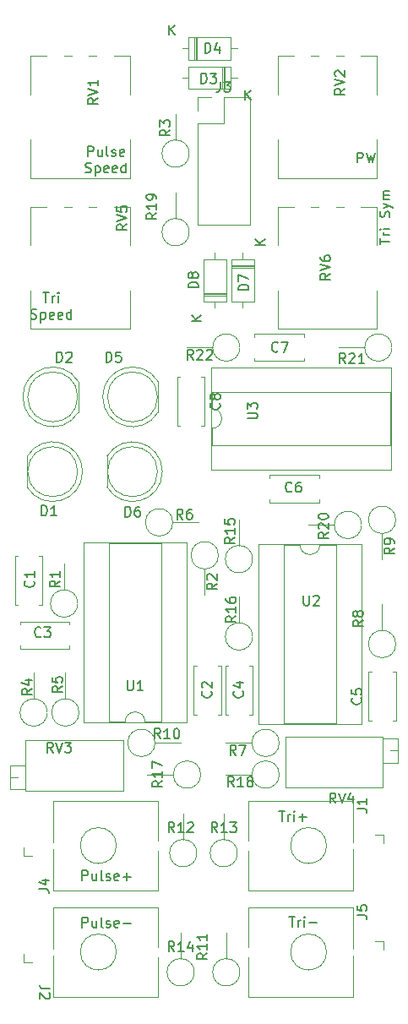
<source format=gbr>
G04 #@! TF.GenerationSoftware,KiCad,Pcbnew,(5.1.0)-1*
G04 #@! TF.CreationDate,2019-04-11T22:52:00-04:00*
G04 #@! TF.ProjectId,lfo,6c666f2e-6b69-4636-9164-5f7063625858,rev?*
G04 #@! TF.SameCoordinates,Original*
G04 #@! TF.FileFunction,Legend,Top*
G04 #@! TF.FilePolarity,Positive*
%FSLAX46Y46*%
G04 Gerber Fmt 4.6, Leading zero omitted, Abs format (unit mm)*
G04 Created by KiCad (PCBNEW (5.1.0)-1) date 2019-04-11 22:52:00*
%MOMM*%
%LPD*%
G04 APERTURE LIST*
%ADD10C,0.150000*%
%ADD11C,0.120000*%
G04 APERTURE END LIST*
D10*
X210867928Y-128341380D02*
X210867928Y-127341380D01*
X211248880Y-127341380D01*
X211344119Y-127389000D01*
X211391738Y-127436619D01*
X211439357Y-127531857D01*
X211439357Y-127674714D01*
X211391738Y-127769952D01*
X211344119Y-127817571D01*
X211248880Y-127865190D01*
X210867928Y-127865190D01*
X212296500Y-127674714D02*
X212296500Y-128341380D01*
X211867928Y-127674714D02*
X211867928Y-128198523D01*
X211915547Y-128293761D01*
X212010785Y-128341380D01*
X212153642Y-128341380D01*
X212248880Y-128293761D01*
X212296500Y-128246142D01*
X212915547Y-128341380D02*
X212820309Y-128293761D01*
X212772690Y-128198523D01*
X212772690Y-127341380D01*
X213248880Y-128293761D02*
X213344119Y-128341380D01*
X213534595Y-128341380D01*
X213629833Y-128293761D01*
X213677452Y-128198523D01*
X213677452Y-128150904D01*
X213629833Y-128055666D01*
X213534595Y-128008047D01*
X213391738Y-128008047D01*
X213296500Y-127960428D01*
X213248880Y-127865190D01*
X213248880Y-127817571D01*
X213296500Y-127722333D01*
X213391738Y-127674714D01*
X213534595Y-127674714D01*
X213629833Y-127722333D01*
X214486976Y-128293761D02*
X214391738Y-128341380D01*
X214201261Y-128341380D01*
X214106023Y-128293761D01*
X214058404Y-128198523D01*
X214058404Y-127817571D01*
X214106023Y-127722333D01*
X214201261Y-127674714D01*
X214391738Y-127674714D01*
X214486976Y-127722333D01*
X214534595Y-127817571D01*
X214534595Y-127912809D01*
X214058404Y-128008047D01*
X214963166Y-127960428D02*
X215725071Y-127960428D01*
X210867928Y-123642380D02*
X210867928Y-122642380D01*
X211248880Y-122642380D01*
X211344119Y-122690000D01*
X211391738Y-122737619D01*
X211439357Y-122832857D01*
X211439357Y-122975714D01*
X211391738Y-123070952D01*
X211344119Y-123118571D01*
X211248880Y-123166190D01*
X210867928Y-123166190D01*
X212296500Y-122975714D02*
X212296500Y-123642380D01*
X211867928Y-122975714D02*
X211867928Y-123499523D01*
X211915547Y-123594761D01*
X212010785Y-123642380D01*
X212153642Y-123642380D01*
X212248880Y-123594761D01*
X212296500Y-123547142D01*
X212915547Y-123642380D02*
X212820309Y-123594761D01*
X212772690Y-123499523D01*
X212772690Y-122642380D01*
X213248880Y-123594761D02*
X213344119Y-123642380D01*
X213534595Y-123642380D01*
X213629833Y-123594761D01*
X213677452Y-123499523D01*
X213677452Y-123451904D01*
X213629833Y-123356666D01*
X213534595Y-123309047D01*
X213391738Y-123309047D01*
X213296500Y-123261428D01*
X213248880Y-123166190D01*
X213248880Y-123118571D01*
X213296500Y-123023333D01*
X213391738Y-122975714D01*
X213534595Y-122975714D01*
X213629833Y-123023333D01*
X214486976Y-123594761D02*
X214391738Y-123642380D01*
X214201261Y-123642380D01*
X214106023Y-123594761D01*
X214058404Y-123499523D01*
X214058404Y-123118571D01*
X214106023Y-123023333D01*
X214201261Y-122975714D01*
X214391738Y-122975714D01*
X214486976Y-123023333D01*
X214534595Y-123118571D01*
X214534595Y-123213809D01*
X214058404Y-123309047D01*
X214963166Y-123261428D02*
X215725071Y-123261428D01*
X215344119Y-123642380D02*
X215344119Y-122880476D01*
X231592619Y-127277880D02*
X232164047Y-127277880D01*
X231878333Y-128277880D02*
X231878333Y-127277880D01*
X232497380Y-128277880D02*
X232497380Y-127611214D01*
X232497380Y-127801690D02*
X232545000Y-127706452D01*
X232592619Y-127658833D01*
X232687857Y-127611214D01*
X232783095Y-127611214D01*
X233116428Y-128277880D02*
X233116428Y-127611214D01*
X233116428Y-127277880D02*
X233068809Y-127325500D01*
X233116428Y-127373119D01*
X233164047Y-127325500D01*
X233116428Y-127277880D01*
X233116428Y-127373119D01*
X233592619Y-127896928D02*
X234354523Y-127896928D01*
X230576619Y-116673380D02*
X231148047Y-116673380D01*
X230862333Y-117673380D02*
X230862333Y-116673380D01*
X231481380Y-117673380D02*
X231481380Y-117006714D01*
X231481380Y-117197190D02*
X231529000Y-117101952D01*
X231576619Y-117054333D01*
X231671857Y-117006714D01*
X231767095Y-117006714D01*
X232100428Y-117673380D02*
X232100428Y-117006714D01*
X232100428Y-116673380D02*
X232052809Y-116721000D01*
X232100428Y-116768619D01*
X232148047Y-116721000D01*
X232100428Y-116673380D01*
X232100428Y-116768619D01*
X232576619Y-117292428D02*
X233338523Y-117292428D01*
X232957571Y-117673380D02*
X232957571Y-116911476D01*
X211423476Y-51062380D02*
X211423476Y-50062380D01*
X211804428Y-50062380D01*
X211899666Y-50110000D01*
X211947285Y-50157619D01*
X211994904Y-50252857D01*
X211994904Y-50395714D01*
X211947285Y-50490952D01*
X211899666Y-50538571D01*
X211804428Y-50586190D01*
X211423476Y-50586190D01*
X212852047Y-50395714D02*
X212852047Y-51062380D01*
X212423476Y-50395714D02*
X212423476Y-50919523D01*
X212471095Y-51014761D01*
X212566333Y-51062380D01*
X212709190Y-51062380D01*
X212804428Y-51014761D01*
X212852047Y-50967142D01*
X213471095Y-51062380D02*
X213375857Y-51014761D01*
X213328238Y-50919523D01*
X213328238Y-50062380D01*
X213804428Y-51014761D02*
X213899666Y-51062380D01*
X214090142Y-51062380D01*
X214185380Y-51014761D01*
X214233000Y-50919523D01*
X214233000Y-50871904D01*
X214185380Y-50776666D01*
X214090142Y-50729047D01*
X213947285Y-50729047D01*
X213852047Y-50681428D01*
X213804428Y-50586190D01*
X213804428Y-50538571D01*
X213852047Y-50443333D01*
X213947285Y-50395714D01*
X214090142Y-50395714D01*
X214185380Y-50443333D01*
X215042523Y-51014761D02*
X214947285Y-51062380D01*
X214756809Y-51062380D01*
X214661571Y-51014761D01*
X214613952Y-50919523D01*
X214613952Y-50538571D01*
X214661571Y-50443333D01*
X214756809Y-50395714D01*
X214947285Y-50395714D01*
X215042523Y-50443333D01*
X215090142Y-50538571D01*
X215090142Y-50633809D01*
X214613952Y-50729047D01*
X211185380Y-52664761D02*
X211328238Y-52712380D01*
X211566333Y-52712380D01*
X211661571Y-52664761D01*
X211709190Y-52617142D01*
X211756809Y-52521904D01*
X211756809Y-52426666D01*
X211709190Y-52331428D01*
X211661571Y-52283809D01*
X211566333Y-52236190D01*
X211375857Y-52188571D01*
X211280619Y-52140952D01*
X211233000Y-52093333D01*
X211185380Y-51998095D01*
X211185380Y-51902857D01*
X211233000Y-51807619D01*
X211280619Y-51760000D01*
X211375857Y-51712380D01*
X211613952Y-51712380D01*
X211756809Y-51760000D01*
X212185380Y-52045714D02*
X212185380Y-53045714D01*
X212185380Y-52093333D02*
X212280619Y-52045714D01*
X212471095Y-52045714D01*
X212566333Y-52093333D01*
X212613952Y-52140952D01*
X212661571Y-52236190D01*
X212661571Y-52521904D01*
X212613952Y-52617142D01*
X212566333Y-52664761D01*
X212471095Y-52712380D01*
X212280619Y-52712380D01*
X212185380Y-52664761D01*
X213471095Y-52664761D02*
X213375857Y-52712380D01*
X213185380Y-52712380D01*
X213090142Y-52664761D01*
X213042523Y-52569523D01*
X213042523Y-52188571D01*
X213090142Y-52093333D01*
X213185380Y-52045714D01*
X213375857Y-52045714D01*
X213471095Y-52093333D01*
X213518714Y-52188571D01*
X213518714Y-52283809D01*
X213042523Y-52379047D01*
X214328238Y-52664761D02*
X214233000Y-52712380D01*
X214042523Y-52712380D01*
X213947285Y-52664761D01*
X213899666Y-52569523D01*
X213899666Y-52188571D01*
X213947285Y-52093333D01*
X214042523Y-52045714D01*
X214233000Y-52045714D01*
X214328238Y-52093333D01*
X214375857Y-52188571D01*
X214375857Y-52283809D01*
X213899666Y-52379047D01*
X215233000Y-52712380D02*
X215233000Y-51712380D01*
X215233000Y-52664761D02*
X215137761Y-52712380D01*
X214947285Y-52712380D01*
X214852047Y-52664761D01*
X214804428Y-52617142D01*
X214756809Y-52521904D01*
X214756809Y-52236190D01*
X214804428Y-52140952D01*
X214852047Y-52093333D01*
X214947285Y-52045714D01*
X215137761Y-52045714D01*
X215233000Y-52093333D01*
X206938666Y-64730880D02*
X207510095Y-64730880D01*
X207224380Y-65730880D02*
X207224380Y-64730880D01*
X207843428Y-65730880D02*
X207843428Y-65064214D01*
X207843428Y-65254690D02*
X207891047Y-65159452D01*
X207938666Y-65111833D01*
X208033904Y-65064214D01*
X208129142Y-65064214D01*
X208462476Y-65730880D02*
X208462476Y-65064214D01*
X208462476Y-64730880D02*
X208414857Y-64778500D01*
X208462476Y-64826119D01*
X208510095Y-64778500D01*
X208462476Y-64730880D01*
X208462476Y-64826119D01*
X205724380Y-67333261D02*
X205867238Y-67380880D01*
X206105333Y-67380880D01*
X206200571Y-67333261D01*
X206248190Y-67285642D01*
X206295809Y-67190404D01*
X206295809Y-67095166D01*
X206248190Y-66999928D01*
X206200571Y-66952309D01*
X206105333Y-66904690D01*
X205914857Y-66857071D01*
X205819619Y-66809452D01*
X205772000Y-66761833D01*
X205724380Y-66666595D01*
X205724380Y-66571357D01*
X205772000Y-66476119D01*
X205819619Y-66428500D01*
X205914857Y-66380880D01*
X206152952Y-66380880D01*
X206295809Y-66428500D01*
X206724380Y-66714214D02*
X206724380Y-67714214D01*
X206724380Y-66761833D02*
X206819619Y-66714214D01*
X207010095Y-66714214D01*
X207105333Y-66761833D01*
X207152952Y-66809452D01*
X207200571Y-66904690D01*
X207200571Y-67190404D01*
X207152952Y-67285642D01*
X207105333Y-67333261D01*
X207010095Y-67380880D01*
X206819619Y-67380880D01*
X206724380Y-67333261D01*
X208010095Y-67333261D02*
X207914857Y-67380880D01*
X207724380Y-67380880D01*
X207629142Y-67333261D01*
X207581523Y-67238023D01*
X207581523Y-66857071D01*
X207629142Y-66761833D01*
X207724380Y-66714214D01*
X207914857Y-66714214D01*
X208010095Y-66761833D01*
X208057714Y-66857071D01*
X208057714Y-66952309D01*
X207581523Y-67047547D01*
X208867238Y-67333261D02*
X208772000Y-67380880D01*
X208581523Y-67380880D01*
X208486285Y-67333261D01*
X208438666Y-67238023D01*
X208438666Y-66857071D01*
X208486285Y-66761833D01*
X208581523Y-66714214D01*
X208772000Y-66714214D01*
X208867238Y-66761833D01*
X208914857Y-66857071D01*
X208914857Y-66952309D01*
X208438666Y-67047547D01*
X209772000Y-67380880D02*
X209772000Y-66380880D01*
X209772000Y-67333261D02*
X209676761Y-67380880D01*
X209486285Y-67380880D01*
X209391047Y-67333261D01*
X209343428Y-67285642D01*
X209295809Y-67190404D01*
X209295809Y-66904690D01*
X209343428Y-66809452D01*
X209391047Y-66761833D01*
X209486285Y-66714214D01*
X209676761Y-66714214D01*
X209772000Y-66761833D01*
X238434666Y-51696880D02*
X238434666Y-50696880D01*
X238815619Y-50696880D01*
X238910857Y-50744500D01*
X238958476Y-50792119D01*
X239006095Y-50887357D01*
X239006095Y-51030214D01*
X238958476Y-51125452D01*
X238910857Y-51173071D01*
X238815619Y-51220690D01*
X238434666Y-51220690D01*
X239339428Y-50696880D02*
X239577523Y-51696880D01*
X239768000Y-50982595D01*
X239958476Y-51696880D01*
X240196571Y-50696880D01*
X240688880Y-59888095D02*
X240688880Y-59316666D01*
X241688880Y-59602380D02*
X240688880Y-59602380D01*
X241688880Y-58983333D02*
X241022214Y-58983333D01*
X241212690Y-58983333D02*
X241117452Y-58935714D01*
X241069833Y-58888095D01*
X241022214Y-58792857D01*
X241022214Y-58697619D01*
X241688880Y-58364285D02*
X241022214Y-58364285D01*
X240688880Y-58364285D02*
X240736500Y-58411904D01*
X240784119Y-58364285D01*
X240736500Y-58316666D01*
X240688880Y-58364285D01*
X240784119Y-58364285D01*
X241641261Y-57173809D02*
X241688880Y-57030952D01*
X241688880Y-56792857D01*
X241641261Y-56697619D01*
X241593642Y-56650000D01*
X241498404Y-56602380D01*
X241403166Y-56602380D01*
X241307928Y-56650000D01*
X241260309Y-56697619D01*
X241212690Y-56792857D01*
X241165071Y-56983333D01*
X241117452Y-57078571D01*
X241069833Y-57126190D01*
X240974595Y-57173809D01*
X240879357Y-57173809D01*
X240784119Y-57126190D01*
X240736500Y-57078571D01*
X240688880Y-56983333D01*
X240688880Y-56745238D01*
X240736500Y-56602380D01*
X241022214Y-56269047D02*
X241688880Y-56030952D01*
X241022214Y-55792857D02*
X241688880Y-56030952D01*
X241926976Y-56126190D01*
X241974595Y-56173809D01*
X242022214Y-56269047D01*
X241688880Y-55411904D02*
X241022214Y-55411904D01*
X241117452Y-55411904D02*
X241069833Y-55364285D01*
X241022214Y-55269047D01*
X241022214Y-55126190D01*
X241069833Y-55030952D01*
X241165071Y-54983333D01*
X241688880Y-54983333D01*
X241165071Y-54983333D02*
X241069833Y-54935714D01*
X241022214Y-54840476D01*
X241022214Y-54697619D01*
X241069833Y-54602380D01*
X241165071Y-54554761D01*
X241688880Y-54554761D01*
D11*
X223781000Y-72203000D02*
X223781000Y-82483000D01*
X241801000Y-72203000D02*
X223781000Y-72203000D01*
X241801000Y-82483000D02*
X241801000Y-72203000D01*
X223781000Y-82483000D02*
X241801000Y-82483000D01*
X223841000Y-74693000D02*
X223841000Y-76343000D01*
X241741000Y-74693000D02*
X223841000Y-74693000D01*
X241741000Y-79993000D02*
X241741000Y-74693000D01*
X223841000Y-79993000D02*
X241741000Y-79993000D01*
X223841000Y-78343000D02*
X223841000Y-79993000D01*
X223841000Y-76343000D02*
G75*
G02X223841000Y-78343000I0J-1000000D01*
G01*
X240388000Y-68365000D02*
X230448000Y-68365000D01*
X232048000Y-56125000D02*
X230448000Y-56125000D01*
X234547000Y-56125000D02*
X233788000Y-56125000D01*
X237047000Y-56125000D02*
X236288000Y-56125000D01*
X240388000Y-56125000D02*
X238789000Y-56125000D01*
X230448000Y-64500000D02*
X230448000Y-68365000D01*
X230448000Y-56125000D02*
X230448000Y-59990000D01*
X240388000Y-64500000D02*
X240388000Y-68365000D01*
X240388000Y-56125000D02*
X240388000Y-59990000D01*
X215623000Y-68365000D02*
X205683000Y-68365000D01*
X207283000Y-56125000D02*
X205683000Y-56125000D01*
X209782000Y-56125000D02*
X209023000Y-56125000D01*
X212282000Y-56125000D02*
X211523000Y-56125000D01*
X215623000Y-56125000D02*
X214024000Y-56125000D01*
X205683000Y-64500000D02*
X205683000Y-68365000D01*
X205683000Y-56125000D02*
X205683000Y-59990000D01*
X215623000Y-64500000D02*
X215623000Y-68365000D01*
X215623000Y-56125000D02*
X215623000Y-59990000D01*
X223928000Y-70231000D02*
X221318000Y-70231000D01*
X226668000Y-70231000D02*
G75*
G03X226668000Y-70231000I-1370000J0D01*
G01*
X239168000Y-70231000D02*
X236558000Y-70231000D01*
X241908000Y-70231000D02*
G75*
G03X241908000Y-70231000I-1370000J0D01*
G01*
X236120000Y-88011000D02*
X233510000Y-88011000D01*
X238860000Y-88011000D02*
G75*
G03X238860000Y-88011000I-1370000J0D01*
G01*
X220218000Y-57304000D02*
X220218000Y-54694000D01*
X221588000Y-58674000D02*
G75*
G03X221588000Y-58674000I-1370000J0D01*
G01*
X223035000Y-65020000D02*
X225275000Y-65020000D01*
X223035000Y-64780000D02*
X225275000Y-64780000D01*
X223035000Y-64900000D02*
X225275000Y-64900000D01*
X224155000Y-60730000D02*
X224155000Y-61380000D01*
X224155000Y-66270000D02*
X224155000Y-65620000D01*
X223035000Y-61380000D02*
X223035000Y-65620000D01*
X225275000Y-61380000D02*
X223035000Y-61380000D01*
X225275000Y-65620000D02*
X225275000Y-61380000D01*
X223035000Y-65620000D02*
X225275000Y-65620000D01*
X228069000Y-61980000D02*
X225829000Y-61980000D01*
X228069000Y-62220000D02*
X225829000Y-62220000D01*
X228069000Y-62100000D02*
X225829000Y-62100000D01*
X226949000Y-66270000D02*
X226949000Y-65620000D01*
X226949000Y-60730000D02*
X226949000Y-61380000D01*
X228069000Y-65620000D02*
X228069000Y-61380000D01*
X225829000Y-65620000D02*
X228069000Y-65620000D01*
X225829000Y-61380000D02*
X225829000Y-65620000D01*
X228069000Y-61380000D02*
X225829000Y-61380000D01*
X218460000Y-76729000D02*
X218460000Y-73639000D01*
X218400000Y-75184000D02*
G75*
G03X218400000Y-75184000I-2500000J0D01*
G01*
X212910000Y-75184462D02*
G75*
G02X218460000Y-73639170I2990000J462D01*
G01*
X212910000Y-75183538D02*
G75*
G03X218460000Y-76728830I2990000J-462D01*
G01*
X213340000Y-81132000D02*
X213340000Y-84222000D01*
X218400000Y-82677000D02*
G75*
G03X218400000Y-82677000I-2500000J0D01*
G01*
X218890000Y-82676538D02*
G75*
G02X213340000Y-84221830I-2990000J-462D01*
G01*
X218890000Y-82677462D02*
G75*
G03X213340000Y-81132170I-2990000J462D01*
G01*
X220687000Y-78122000D02*
X220372000Y-78122000D01*
X223112000Y-78122000D02*
X222797000Y-78122000D01*
X220687000Y-73182000D02*
X220372000Y-73182000D01*
X223112000Y-73182000D02*
X222797000Y-73182000D01*
X220372000Y-73182000D02*
X220372000Y-78122000D01*
X223112000Y-73182000D02*
X223112000Y-78122000D01*
X233062000Y-71286000D02*
X233062000Y-71601000D01*
X233062000Y-68861000D02*
X233062000Y-69176000D01*
X228122000Y-71286000D02*
X228122000Y-71601000D01*
X228122000Y-68861000D02*
X228122000Y-69176000D01*
X228122000Y-71601000D02*
X233062000Y-71601000D01*
X228122000Y-68861000D02*
X233062000Y-68861000D01*
X234586000Y-85446500D02*
X234586000Y-85761500D01*
X234586000Y-83021500D02*
X234586000Y-83336500D01*
X229646000Y-85446500D02*
X229646000Y-85761500D01*
X229646000Y-83021500D02*
X229646000Y-83336500D01*
X229646000Y-85761500D02*
X234586000Y-85761500D01*
X229646000Y-83021500D02*
X234586000Y-83021500D01*
X227865000Y-113030000D02*
X225255000Y-113030000D01*
X230605000Y-113030000D02*
G75*
G03X230605000Y-113030000I-1370000J0D01*
G01*
X219991000Y-113030000D02*
X217381000Y-113030000D01*
X222731000Y-113030000D02*
G75*
G03X222731000Y-113030000I-1370000J0D01*
G01*
X226568000Y-97817000D02*
X226568000Y-95207000D01*
X227938000Y-99187000D02*
G75*
G03X227938000Y-99187000I-1370000J0D01*
G01*
X226568000Y-90070000D02*
X226568000Y-87460000D01*
X227938000Y-91440000D02*
G75*
G03X227938000Y-91440000I-1370000J0D01*
G01*
X241030000Y-129750000D02*
X241030000Y-130610000D01*
X241030000Y-129750000D02*
X240230000Y-129750000D01*
X235350000Y-130810000D02*
G75*
G03X235350000Y-130810000I-1800000J0D01*
G01*
X238050000Y-130460000D02*
X238050000Y-126310000D01*
X238050000Y-135310000D02*
X238050000Y-131160000D01*
X227550000Y-130310000D02*
X227550000Y-126310000D01*
X227550000Y-135310000D02*
X227550000Y-131310000D01*
X238050000Y-135310000D02*
X227550000Y-135310000D01*
X238050000Y-126310000D02*
X227550000Y-126310000D01*
X204994000Y-121202000D02*
X204994000Y-120342000D01*
X204994000Y-121202000D02*
X205794000Y-121202000D01*
X214274000Y-120142000D02*
G75*
G03X214274000Y-120142000I-1800000J0D01*
G01*
X207974000Y-120492000D02*
X207974000Y-124642000D01*
X207974000Y-115642000D02*
X207974000Y-119792000D01*
X218474000Y-120642000D02*
X218474000Y-124642000D01*
X218474000Y-115642000D02*
X218474000Y-119642000D01*
X207974000Y-115642000D02*
X218474000Y-115642000D01*
X207974000Y-124642000D02*
X218474000Y-124642000D01*
X242498000Y-110610000D02*
X241739000Y-110610000D01*
X240979000Y-111825000D02*
X240979000Y-109395000D01*
X242498000Y-111825000D02*
X242498000Y-109395000D01*
X242498000Y-109395000D02*
X240979000Y-109395000D01*
X242498000Y-111825000D02*
X240979000Y-111825000D01*
X231208000Y-114290000D02*
X231208000Y-109220000D01*
X240978000Y-114290000D02*
X240978000Y-109220000D01*
X240978000Y-109220000D02*
X231208000Y-109220000D01*
X240978000Y-114290000D02*
X231208000Y-114290000D01*
X203653000Y-113291000D02*
X204412000Y-113291000D01*
X205172000Y-112076000D02*
X205172000Y-114506000D01*
X203653000Y-112076000D02*
X203653000Y-114506000D01*
X203653000Y-114506000D02*
X205172000Y-114506000D01*
X203653000Y-112076000D02*
X205172000Y-112076000D01*
X214943000Y-109611000D02*
X214943000Y-114681000D01*
X205173000Y-109611000D02*
X205173000Y-114681000D01*
X205173000Y-114681000D02*
X214943000Y-114681000D01*
X205173000Y-109611000D02*
X214943000Y-109611000D01*
X238820000Y-89923000D02*
X228540000Y-89923000D01*
X238820000Y-107943000D02*
X238820000Y-89923000D01*
X228540000Y-107943000D02*
X238820000Y-107943000D01*
X228540000Y-89923000D02*
X228540000Y-107943000D01*
X236330000Y-89983000D02*
X234680000Y-89983000D01*
X236330000Y-107883000D02*
X236330000Y-89983000D01*
X231030000Y-107883000D02*
X236330000Y-107883000D01*
X231030000Y-89983000D02*
X231030000Y-107883000D01*
X232680000Y-89983000D02*
X231030000Y-89983000D01*
X234680000Y-89983000D02*
G75*
G02X232680000Y-89983000I-1000000J0D01*
G01*
X211014000Y-107816000D02*
X221294000Y-107816000D01*
X211014000Y-89796000D02*
X211014000Y-107816000D01*
X221294000Y-89796000D02*
X211014000Y-89796000D01*
X221294000Y-107816000D02*
X221294000Y-89796000D01*
X213504000Y-107756000D02*
X215154000Y-107756000D01*
X213504000Y-89856000D02*
X213504000Y-107756000D01*
X218804000Y-89856000D02*
X213504000Y-89856000D01*
X218804000Y-107756000D02*
X218804000Y-89856000D01*
X217154000Y-107756000D02*
X218804000Y-107756000D01*
X215154000Y-107756000D02*
G75*
G02X217154000Y-107756000I1000000J0D01*
G01*
X240388000Y-53252000D02*
X230448000Y-53252000D01*
X232048000Y-41012000D02*
X230448000Y-41012000D01*
X234547000Y-41012000D02*
X233788000Y-41012000D01*
X237047000Y-41012000D02*
X236288000Y-41012000D01*
X240388000Y-41012000D02*
X238789000Y-41012000D01*
X230448000Y-49387000D02*
X230448000Y-53252000D01*
X230448000Y-41012000D02*
X230448000Y-44877000D01*
X240388000Y-49387000D02*
X240388000Y-53252000D01*
X240388000Y-41012000D02*
X240388000Y-44877000D01*
X215623000Y-53252000D02*
X205683000Y-53252000D01*
X207283000Y-41012000D02*
X205683000Y-41012000D01*
X209782000Y-41012000D02*
X209023000Y-41012000D01*
X212282000Y-41012000D02*
X211523000Y-41012000D01*
X215623000Y-41012000D02*
X214024000Y-41012000D01*
X205683000Y-49387000D02*
X205683000Y-53252000D01*
X205683000Y-41012000D02*
X205683000Y-44877000D01*
X215623000Y-49387000D02*
X215623000Y-53252000D01*
X215623000Y-41012000D02*
X215623000Y-44877000D01*
X220726000Y-131472000D02*
X220726000Y-128862000D01*
X222096000Y-132842000D02*
G75*
G03X222096000Y-132842000I-1370000J0D01*
G01*
X225044000Y-119534000D02*
X225044000Y-116924000D01*
X226414000Y-120904000D02*
G75*
G03X226414000Y-120904000I-1370000J0D01*
G01*
X220980000Y-119534000D02*
X220980000Y-116924000D01*
X222350000Y-120904000D02*
G75*
G03X222350000Y-120904000I-1370000J0D01*
G01*
X225298000Y-131472000D02*
X225298000Y-128862000D01*
X226668000Y-132842000D02*
G75*
G03X226668000Y-132842000I-1370000J0D01*
G01*
X218159000Y-109855000D02*
X220769000Y-109855000D01*
X218159000Y-109855000D02*
G75*
G03X218159000Y-109855000I-1370000J0D01*
G01*
X240919000Y-88873000D02*
X240919000Y-91483000D01*
X242289000Y-87503000D02*
G75*
G03X242289000Y-87503000I-1370000J0D01*
G01*
X240919000Y-98579000D02*
X240919000Y-95969000D01*
X242289000Y-99949000D02*
G75*
G03X242289000Y-99949000I-1370000J0D01*
G01*
X227865000Y-109855000D02*
X225255000Y-109855000D01*
X230605000Y-109855000D02*
G75*
G03X230605000Y-109855000I-1370000J0D01*
G01*
X219937000Y-87757000D02*
X222547000Y-87757000D01*
X219937000Y-87757000D02*
G75*
G03X219937000Y-87757000I-1370000J0D01*
G01*
X209169000Y-105437000D02*
X209169000Y-102827000D01*
X210539000Y-106807000D02*
G75*
G03X210539000Y-106807000I-1370000J0D01*
G01*
X205994000Y-105437000D02*
X205994000Y-102827000D01*
X207364000Y-106807000D02*
G75*
G03X207364000Y-106807000I-1370000J0D01*
G01*
X220218000Y-49430000D02*
X220218000Y-46820000D01*
X221588000Y-50800000D02*
G75*
G03X221588000Y-50800000I-1370000J0D01*
G01*
X223139000Y-92429000D02*
X223139000Y-95039000D01*
X224509000Y-91059000D02*
G75*
G03X224509000Y-91059000I-1370000J0D01*
G01*
X209042000Y-94515000D02*
X209042000Y-91905000D01*
X210412000Y-95885000D02*
G75*
G03X210412000Y-95885000I-1370000J0D01*
G01*
X222444000Y-45152000D02*
X223774000Y-45152000D01*
X222444000Y-46482000D02*
X222444000Y-45152000D01*
X225044000Y-45152000D02*
X227644000Y-45152000D01*
X225044000Y-47752000D02*
X225044000Y-45152000D01*
X222444000Y-47752000D02*
X225044000Y-47752000D01*
X227644000Y-45152000D02*
X227644000Y-57972000D01*
X222444000Y-47752000D02*
X222444000Y-57972000D01*
X222444000Y-57972000D02*
X227644000Y-57972000D01*
X204994000Y-131870000D02*
X204994000Y-131010000D01*
X204994000Y-131870000D02*
X205794000Y-131870000D01*
X214274000Y-130810000D02*
G75*
G03X214274000Y-130810000I-1800000J0D01*
G01*
X207974000Y-131160000D02*
X207974000Y-135310000D01*
X207974000Y-126310000D02*
X207974000Y-130460000D01*
X218474000Y-131310000D02*
X218474000Y-135310000D01*
X218474000Y-126310000D02*
X218474000Y-130310000D01*
X207974000Y-126310000D02*
X218474000Y-126310000D01*
X207974000Y-135310000D02*
X218474000Y-135310000D01*
X241030000Y-119082000D02*
X241030000Y-119942000D01*
X241030000Y-119082000D02*
X240230000Y-119082000D01*
X235350000Y-120142000D02*
G75*
G03X235350000Y-120142000I-1800000J0D01*
G01*
X238050000Y-119792000D02*
X238050000Y-115642000D01*
X238050000Y-124642000D02*
X238050000Y-120492000D01*
X227550000Y-119642000D02*
X227550000Y-115642000D01*
X227550000Y-124642000D02*
X227550000Y-120642000D01*
X238050000Y-124642000D02*
X227550000Y-124642000D01*
X238050000Y-115642000D02*
X227550000Y-115642000D01*
X222127000Y-39139000D02*
X222127000Y-41379000D01*
X222367000Y-39139000D02*
X222367000Y-41379000D01*
X222247000Y-39139000D02*
X222247000Y-41379000D01*
X226417000Y-40259000D02*
X225767000Y-40259000D01*
X220877000Y-40259000D02*
X221527000Y-40259000D01*
X225767000Y-39139000D02*
X221527000Y-39139000D01*
X225767000Y-41379000D02*
X225767000Y-39139000D01*
X221527000Y-41379000D02*
X225767000Y-41379000D01*
X221527000Y-39139000D02*
X221527000Y-41379000D01*
X225167000Y-44300000D02*
X225167000Y-42060000D01*
X224927000Y-44300000D02*
X224927000Y-42060000D01*
X225047000Y-44300000D02*
X225047000Y-42060000D01*
X220877000Y-43180000D02*
X221527000Y-43180000D01*
X226417000Y-43180000D02*
X225767000Y-43180000D01*
X221527000Y-44300000D02*
X225767000Y-44300000D01*
X221527000Y-42060000D02*
X221527000Y-44300000D01*
X225767000Y-42060000D02*
X221527000Y-42060000D01*
X225767000Y-44300000D02*
X225767000Y-42060000D01*
X205339000Y-81132000D02*
X205339000Y-84222000D01*
X210399000Y-82677000D02*
G75*
G03X210399000Y-82677000I-2500000J0D01*
G01*
X210889000Y-82676538D02*
G75*
G02X205339000Y-84221830I-2990000J-462D01*
G01*
X210889000Y-82677462D02*
G75*
G03X205339000Y-81132170I-2990000J462D01*
G01*
X210459000Y-76729000D02*
X210459000Y-73639000D01*
X210399000Y-75184000D02*
G75*
G03X210399000Y-75184000I-2500000J0D01*
G01*
X204909000Y-75184462D02*
G75*
G02X210459000Y-73639170I2990000J462D01*
G01*
X204909000Y-75183538D02*
G75*
G03X210459000Y-76728830I2990000J-462D01*
G01*
X241974000Y-102726000D02*
X242289000Y-102726000D01*
X239549000Y-102726000D02*
X239864000Y-102726000D01*
X241974000Y-107666000D02*
X242289000Y-107666000D01*
X239549000Y-107666000D02*
X239864000Y-107666000D01*
X242289000Y-107666000D02*
X242289000Y-102726000D01*
X239549000Y-107666000D02*
X239549000Y-102726000D01*
X227623000Y-102091000D02*
X227938000Y-102091000D01*
X225198000Y-102091000D02*
X225513000Y-102091000D01*
X227623000Y-107031000D02*
X227938000Y-107031000D01*
X225198000Y-107031000D02*
X225513000Y-107031000D01*
X227938000Y-107031000D02*
X227938000Y-102091000D01*
X225198000Y-107031000D02*
X225198000Y-102091000D01*
X209567000Y-100115000D02*
X209567000Y-100430000D01*
X209567000Y-97690000D02*
X209567000Y-98005000D01*
X204627000Y-100115000D02*
X204627000Y-100430000D01*
X204627000Y-97690000D02*
X204627000Y-98005000D01*
X204627000Y-100430000D02*
X209567000Y-100430000D01*
X204627000Y-97690000D02*
X209567000Y-97690000D01*
X224448000Y-102091000D02*
X224763000Y-102091000D01*
X222023000Y-102091000D02*
X222338000Y-102091000D01*
X224448000Y-107031000D02*
X224763000Y-107031000D01*
X222023000Y-107031000D02*
X222338000Y-107031000D01*
X224763000Y-107031000D02*
X224763000Y-102091000D01*
X222023000Y-107031000D02*
X222023000Y-102091000D01*
X204431000Y-96029000D02*
X204116000Y-96029000D01*
X206856000Y-96029000D02*
X206541000Y-96029000D01*
X204431000Y-91089000D02*
X204116000Y-91089000D01*
X206856000Y-91089000D02*
X206541000Y-91089000D01*
X204116000Y-91089000D02*
X204116000Y-96029000D01*
X206856000Y-91089000D02*
X206856000Y-96029000D01*
D10*
X227417380Y-77342904D02*
X228226904Y-77342904D01*
X228322142Y-77295285D01*
X228369761Y-77247666D01*
X228417380Y-77152428D01*
X228417380Y-76961952D01*
X228369761Y-76866714D01*
X228322142Y-76819095D01*
X228226904Y-76771476D01*
X227417380Y-76771476D01*
X227417380Y-76390523D02*
X227417380Y-75771476D01*
X227798333Y-76104809D01*
X227798333Y-75961952D01*
X227845952Y-75866714D01*
X227893571Y-75819095D01*
X227988809Y-75771476D01*
X228226904Y-75771476D01*
X228322142Y-75819095D01*
X228369761Y-75866714D01*
X228417380Y-75961952D01*
X228417380Y-76247666D01*
X228369761Y-76342904D01*
X228322142Y-76390523D01*
X235719880Y-62825238D02*
X235243690Y-63158571D01*
X235719880Y-63396666D02*
X234719880Y-63396666D01*
X234719880Y-63015714D01*
X234767500Y-62920476D01*
X234815119Y-62872857D01*
X234910357Y-62825238D01*
X235053214Y-62825238D01*
X235148452Y-62872857D01*
X235196071Y-62920476D01*
X235243690Y-63015714D01*
X235243690Y-63396666D01*
X234719880Y-62539523D02*
X235719880Y-62206190D01*
X234719880Y-61872857D01*
X234719880Y-61110952D02*
X234719880Y-61301428D01*
X234767500Y-61396666D01*
X234815119Y-61444285D01*
X234957976Y-61539523D01*
X235148452Y-61587142D01*
X235529404Y-61587142D01*
X235624642Y-61539523D01*
X235672261Y-61491904D01*
X235719880Y-61396666D01*
X235719880Y-61206190D01*
X235672261Y-61110952D01*
X235624642Y-61063333D01*
X235529404Y-61015714D01*
X235291309Y-61015714D01*
X235196071Y-61063333D01*
X235148452Y-61110952D01*
X235100833Y-61206190D01*
X235100833Y-61396666D01*
X235148452Y-61491904D01*
X235196071Y-61539523D01*
X235291309Y-61587142D01*
X215336380Y-57872238D02*
X214860190Y-58205571D01*
X215336380Y-58443666D02*
X214336380Y-58443666D01*
X214336380Y-58062714D01*
X214384000Y-57967476D01*
X214431619Y-57919857D01*
X214526857Y-57872238D01*
X214669714Y-57872238D01*
X214764952Y-57919857D01*
X214812571Y-57967476D01*
X214860190Y-58062714D01*
X214860190Y-58443666D01*
X214336380Y-57586523D02*
X215336380Y-57253190D01*
X214336380Y-56919857D01*
X214336380Y-56110333D02*
X214336380Y-56586523D01*
X214812571Y-56634142D01*
X214764952Y-56586523D01*
X214717333Y-56491285D01*
X214717333Y-56253190D01*
X214764952Y-56157952D01*
X214812571Y-56110333D01*
X214907809Y-56062714D01*
X215145904Y-56062714D01*
X215241142Y-56110333D01*
X215288761Y-56157952D01*
X215336380Y-56253190D01*
X215336380Y-56491285D01*
X215288761Y-56586523D01*
X215241142Y-56634142D01*
X221988142Y-71445380D02*
X221654809Y-70969190D01*
X221416714Y-71445380D02*
X221416714Y-70445380D01*
X221797666Y-70445380D01*
X221892904Y-70493000D01*
X221940523Y-70540619D01*
X221988142Y-70635857D01*
X221988142Y-70778714D01*
X221940523Y-70873952D01*
X221892904Y-70921571D01*
X221797666Y-70969190D01*
X221416714Y-70969190D01*
X222369095Y-70540619D02*
X222416714Y-70493000D01*
X222511952Y-70445380D01*
X222750047Y-70445380D01*
X222845285Y-70493000D01*
X222892904Y-70540619D01*
X222940523Y-70635857D01*
X222940523Y-70731095D01*
X222892904Y-70873952D01*
X222321476Y-71445380D01*
X222940523Y-71445380D01*
X223321476Y-70540619D02*
X223369095Y-70493000D01*
X223464333Y-70445380D01*
X223702428Y-70445380D01*
X223797666Y-70493000D01*
X223845285Y-70540619D01*
X223892904Y-70635857D01*
X223892904Y-70731095D01*
X223845285Y-70873952D01*
X223273857Y-71445380D01*
X223892904Y-71445380D01*
X237228142Y-71826380D02*
X236894809Y-71350190D01*
X236656714Y-71826380D02*
X236656714Y-70826380D01*
X237037666Y-70826380D01*
X237132904Y-70874000D01*
X237180523Y-70921619D01*
X237228142Y-71016857D01*
X237228142Y-71159714D01*
X237180523Y-71254952D01*
X237132904Y-71302571D01*
X237037666Y-71350190D01*
X236656714Y-71350190D01*
X237609095Y-70921619D02*
X237656714Y-70874000D01*
X237751952Y-70826380D01*
X237990047Y-70826380D01*
X238085285Y-70874000D01*
X238132904Y-70921619D01*
X238180523Y-71016857D01*
X238180523Y-71112095D01*
X238132904Y-71254952D01*
X237561476Y-71826380D01*
X238180523Y-71826380D01*
X239132904Y-71826380D02*
X238561476Y-71826380D01*
X238847190Y-71826380D02*
X238847190Y-70826380D01*
X238751952Y-70969238D01*
X238656714Y-71064476D01*
X238561476Y-71112095D01*
X235529380Y-88780857D02*
X235053190Y-89114190D01*
X235529380Y-89352285D02*
X234529380Y-89352285D01*
X234529380Y-88971333D01*
X234577000Y-88876095D01*
X234624619Y-88828476D01*
X234719857Y-88780857D01*
X234862714Y-88780857D01*
X234957952Y-88828476D01*
X235005571Y-88876095D01*
X235053190Y-88971333D01*
X235053190Y-89352285D01*
X234624619Y-88399904D02*
X234577000Y-88352285D01*
X234529380Y-88257047D01*
X234529380Y-88018952D01*
X234577000Y-87923714D01*
X234624619Y-87876095D01*
X234719857Y-87828476D01*
X234815095Y-87828476D01*
X234957952Y-87876095D01*
X235529380Y-88447523D01*
X235529380Y-87828476D01*
X234529380Y-87209428D02*
X234529380Y-87114190D01*
X234577000Y-87018952D01*
X234624619Y-86971333D01*
X234719857Y-86923714D01*
X234910333Y-86876095D01*
X235148428Y-86876095D01*
X235338904Y-86923714D01*
X235434142Y-86971333D01*
X235481761Y-87018952D01*
X235529380Y-87114190D01*
X235529380Y-87209428D01*
X235481761Y-87304666D01*
X235434142Y-87352285D01*
X235338904Y-87399904D01*
X235148428Y-87447523D01*
X234910333Y-87447523D01*
X234719857Y-87399904D01*
X234624619Y-87352285D01*
X234577000Y-87304666D01*
X234529380Y-87209428D01*
X218300380Y-56776857D02*
X217824190Y-57110190D01*
X218300380Y-57348285D02*
X217300380Y-57348285D01*
X217300380Y-56967333D01*
X217348000Y-56872095D01*
X217395619Y-56824476D01*
X217490857Y-56776857D01*
X217633714Y-56776857D01*
X217728952Y-56824476D01*
X217776571Y-56872095D01*
X217824190Y-56967333D01*
X217824190Y-57348285D01*
X218300380Y-55824476D02*
X218300380Y-56395904D01*
X218300380Y-56110190D02*
X217300380Y-56110190D01*
X217443238Y-56205428D01*
X217538476Y-56300666D01*
X217586095Y-56395904D01*
X218300380Y-55348285D02*
X218300380Y-55157809D01*
X218252761Y-55062571D01*
X218205142Y-55014952D01*
X218062285Y-54919714D01*
X217871809Y-54872095D01*
X217490857Y-54872095D01*
X217395619Y-54919714D01*
X217348000Y-54967333D01*
X217300380Y-55062571D01*
X217300380Y-55253047D01*
X217348000Y-55348285D01*
X217395619Y-55395904D01*
X217490857Y-55443523D01*
X217728952Y-55443523D01*
X217824190Y-55395904D01*
X217871809Y-55348285D01*
X217919428Y-55253047D01*
X217919428Y-55062571D01*
X217871809Y-54967333D01*
X217824190Y-54919714D01*
X217728952Y-54872095D01*
X222487380Y-64238095D02*
X221487380Y-64238095D01*
X221487380Y-64000000D01*
X221535000Y-63857142D01*
X221630238Y-63761904D01*
X221725476Y-63714285D01*
X221915952Y-63666666D01*
X222058809Y-63666666D01*
X222249285Y-63714285D01*
X222344523Y-63761904D01*
X222439761Y-63857142D01*
X222487380Y-64000000D01*
X222487380Y-64238095D01*
X221915952Y-63095238D02*
X221868333Y-63190476D01*
X221820714Y-63238095D01*
X221725476Y-63285714D01*
X221677857Y-63285714D01*
X221582619Y-63238095D01*
X221535000Y-63190476D01*
X221487380Y-63095238D01*
X221487380Y-62904761D01*
X221535000Y-62809523D01*
X221582619Y-62761904D01*
X221677857Y-62714285D01*
X221725476Y-62714285D01*
X221820714Y-62761904D01*
X221868333Y-62809523D01*
X221915952Y-62904761D01*
X221915952Y-63095238D01*
X221963571Y-63190476D01*
X222011190Y-63238095D01*
X222106428Y-63285714D01*
X222296904Y-63285714D01*
X222392142Y-63238095D01*
X222439761Y-63190476D01*
X222487380Y-63095238D01*
X222487380Y-62904761D01*
X222439761Y-62809523D01*
X222392142Y-62761904D01*
X222296904Y-62714285D01*
X222106428Y-62714285D01*
X222011190Y-62761904D01*
X221963571Y-62809523D01*
X221915952Y-62904761D01*
X222807380Y-67571904D02*
X221807380Y-67571904D01*
X222807380Y-67000476D02*
X222235952Y-67429047D01*
X221807380Y-67000476D02*
X222378809Y-67571904D01*
X227528380Y-64492095D02*
X226528380Y-64492095D01*
X226528380Y-64254000D01*
X226576000Y-64111142D01*
X226671238Y-64015904D01*
X226766476Y-63968285D01*
X226956952Y-63920666D01*
X227099809Y-63920666D01*
X227290285Y-63968285D01*
X227385523Y-64015904D01*
X227480761Y-64111142D01*
X227528380Y-64254000D01*
X227528380Y-64492095D01*
X226528380Y-63587333D02*
X226528380Y-62920666D01*
X227528380Y-63349238D01*
X229201380Y-59951904D02*
X228201380Y-59951904D01*
X229201380Y-59380476D02*
X228629952Y-59809047D01*
X228201380Y-59380476D02*
X228772809Y-59951904D01*
X215161904Y-87193380D02*
X215161904Y-86193380D01*
X215400000Y-86193380D01*
X215542857Y-86241000D01*
X215638095Y-86336238D01*
X215685714Y-86431476D01*
X215733333Y-86621952D01*
X215733333Y-86764809D01*
X215685714Y-86955285D01*
X215638095Y-87050523D01*
X215542857Y-87145761D01*
X215400000Y-87193380D01*
X215161904Y-87193380D01*
X216590476Y-86193380D02*
X216400000Y-86193380D01*
X216304761Y-86241000D01*
X216257142Y-86288619D01*
X216161904Y-86431476D01*
X216114285Y-86621952D01*
X216114285Y-87002904D01*
X216161904Y-87098142D01*
X216209523Y-87145761D01*
X216304761Y-87193380D01*
X216495238Y-87193380D01*
X216590476Y-87145761D01*
X216638095Y-87098142D01*
X216685714Y-87002904D01*
X216685714Y-86764809D01*
X216638095Y-86669571D01*
X216590476Y-86621952D01*
X216495238Y-86574333D01*
X216304761Y-86574333D01*
X216209523Y-86621952D01*
X216161904Y-86669571D01*
X216114285Y-86764809D01*
X213256904Y-71699380D02*
X213256904Y-70699380D01*
X213495000Y-70699380D01*
X213637857Y-70747000D01*
X213733095Y-70842238D01*
X213780714Y-70937476D01*
X213828333Y-71127952D01*
X213828333Y-71270809D01*
X213780714Y-71461285D01*
X213733095Y-71556523D01*
X213637857Y-71651761D01*
X213495000Y-71699380D01*
X213256904Y-71699380D01*
X214733095Y-70699380D02*
X214256904Y-70699380D01*
X214209285Y-71175571D01*
X214256904Y-71127952D01*
X214352142Y-71080333D01*
X214590238Y-71080333D01*
X214685476Y-71127952D01*
X214733095Y-71175571D01*
X214780714Y-71270809D01*
X214780714Y-71508904D01*
X214733095Y-71604142D01*
X214685476Y-71651761D01*
X214590238Y-71699380D01*
X214352142Y-71699380D01*
X214256904Y-71651761D01*
X214209285Y-71604142D01*
X224599142Y-75818666D02*
X224646761Y-75866285D01*
X224694380Y-76009142D01*
X224694380Y-76104380D01*
X224646761Y-76247238D01*
X224551523Y-76342476D01*
X224456285Y-76390095D01*
X224265809Y-76437714D01*
X224122952Y-76437714D01*
X223932476Y-76390095D01*
X223837238Y-76342476D01*
X223742000Y-76247238D01*
X223694380Y-76104380D01*
X223694380Y-76009142D01*
X223742000Y-75866285D01*
X223789619Y-75818666D01*
X224122952Y-75247238D02*
X224075333Y-75342476D01*
X224027714Y-75390095D01*
X223932476Y-75437714D01*
X223884857Y-75437714D01*
X223789619Y-75390095D01*
X223742000Y-75342476D01*
X223694380Y-75247238D01*
X223694380Y-75056761D01*
X223742000Y-74961523D01*
X223789619Y-74913904D01*
X223884857Y-74866285D01*
X223932476Y-74866285D01*
X224027714Y-74913904D01*
X224075333Y-74961523D01*
X224122952Y-75056761D01*
X224122952Y-75247238D01*
X224170571Y-75342476D01*
X224218190Y-75390095D01*
X224313428Y-75437714D01*
X224503904Y-75437714D01*
X224599142Y-75390095D01*
X224646761Y-75342476D01*
X224694380Y-75247238D01*
X224694380Y-75056761D01*
X224646761Y-74961523D01*
X224599142Y-74913904D01*
X224503904Y-74866285D01*
X224313428Y-74866285D01*
X224218190Y-74913904D01*
X224170571Y-74961523D01*
X224122952Y-75056761D01*
X230465333Y-70588142D02*
X230417714Y-70635761D01*
X230274857Y-70683380D01*
X230179619Y-70683380D01*
X230036761Y-70635761D01*
X229941523Y-70540523D01*
X229893904Y-70445285D01*
X229846285Y-70254809D01*
X229846285Y-70111952D01*
X229893904Y-69921476D01*
X229941523Y-69826238D01*
X230036761Y-69731000D01*
X230179619Y-69683380D01*
X230274857Y-69683380D01*
X230417714Y-69731000D01*
X230465333Y-69778619D01*
X230798666Y-69683380D02*
X231465333Y-69683380D01*
X231036761Y-70683380D01*
X231862333Y-84621642D02*
X231814714Y-84669261D01*
X231671857Y-84716880D01*
X231576619Y-84716880D01*
X231433761Y-84669261D01*
X231338523Y-84574023D01*
X231290904Y-84478785D01*
X231243285Y-84288309D01*
X231243285Y-84145452D01*
X231290904Y-83954976D01*
X231338523Y-83859738D01*
X231433761Y-83764500D01*
X231576619Y-83716880D01*
X231671857Y-83716880D01*
X231814714Y-83764500D01*
X231862333Y-83812119D01*
X232719476Y-83716880D02*
X232529000Y-83716880D01*
X232433761Y-83764500D01*
X232386142Y-83812119D01*
X232290904Y-83954976D01*
X232243285Y-84145452D01*
X232243285Y-84526404D01*
X232290904Y-84621642D01*
X232338523Y-84669261D01*
X232433761Y-84716880D01*
X232624238Y-84716880D01*
X232719476Y-84669261D01*
X232767095Y-84621642D01*
X232814714Y-84526404D01*
X232814714Y-84288309D01*
X232767095Y-84193071D01*
X232719476Y-84145452D01*
X232624238Y-84097833D01*
X232433761Y-84097833D01*
X232338523Y-84145452D01*
X232290904Y-84193071D01*
X232243285Y-84288309D01*
X226052142Y-114244380D02*
X225718809Y-113768190D01*
X225480714Y-114244380D02*
X225480714Y-113244380D01*
X225861666Y-113244380D01*
X225956904Y-113292000D01*
X226004523Y-113339619D01*
X226052142Y-113434857D01*
X226052142Y-113577714D01*
X226004523Y-113672952D01*
X225956904Y-113720571D01*
X225861666Y-113768190D01*
X225480714Y-113768190D01*
X227004523Y-114244380D02*
X226433095Y-114244380D01*
X226718809Y-114244380D02*
X226718809Y-113244380D01*
X226623571Y-113387238D01*
X226528333Y-113482476D01*
X226433095Y-113530095D01*
X227575952Y-113672952D02*
X227480714Y-113625333D01*
X227433095Y-113577714D01*
X227385476Y-113482476D01*
X227385476Y-113434857D01*
X227433095Y-113339619D01*
X227480714Y-113292000D01*
X227575952Y-113244380D01*
X227766428Y-113244380D01*
X227861666Y-113292000D01*
X227909285Y-113339619D01*
X227956904Y-113434857D01*
X227956904Y-113482476D01*
X227909285Y-113577714D01*
X227861666Y-113625333D01*
X227766428Y-113672952D01*
X227575952Y-113672952D01*
X227480714Y-113720571D01*
X227433095Y-113768190D01*
X227385476Y-113863428D01*
X227385476Y-114053904D01*
X227433095Y-114149142D01*
X227480714Y-114196761D01*
X227575952Y-114244380D01*
X227766428Y-114244380D01*
X227861666Y-114196761D01*
X227909285Y-114149142D01*
X227956904Y-114053904D01*
X227956904Y-113863428D01*
X227909285Y-113768190D01*
X227861666Y-113720571D01*
X227766428Y-113672952D01*
X218892380Y-113672857D02*
X218416190Y-114006190D01*
X218892380Y-114244285D02*
X217892380Y-114244285D01*
X217892380Y-113863333D01*
X217940000Y-113768095D01*
X217987619Y-113720476D01*
X218082857Y-113672857D01*
X218225714Y-113672857D01*
X218320952Y-113720476D01*
X218368571Y-113768095D01*
X218416190Y-113863333D01*
X218416190Y-114244285D01*
X218892380Y-112720476D02*
X218892380Y-113291904D01*
X218892380Y-113006190D02*
X217892380Y-113006190D01*
X218035238Y-113101428D01*
X218130476Y-113196666D01*
X218178095Y-113291904D01*
X217892380Y-112387142D02*
X217892380Y-111720476D01*
X218892380Y-112149047D01*
X226258380Y-97162857D02*
X225782190Y-97496190D01*
X226258380Y-97734285D02*
X225258380Y-97734285D01*
X225258380Y-97353333D01*
X225306000Y-97258095D01*
X225353619Y-97210476D01*
X225448857Y-97162857D01*
X225591714Y-97162857D01*
X225686952Y-97210476D01*
X225734571Y-97258095D01*
X225782190Y-97353333D01*
X225782190Y-97734285D01*
X226258380Y-96210476D02*
X226258380Y-96781904D01*
X226258380Y-96496190D02*
X225258380Y-96496190D01*
X225401238Y-96591428D01*
X225496476Y-96686666D01*
X225544095Y-96781904D01*
X225258380Y-95353333D02*
X225258380Y-95543809D01*
X225306000Y-95639047D01*
X225353619Y-95686666D01*
X225496476Y-95781904D01*
X225686952Y-95829523D01*
X226067904Y-95829523D01*
X226163142Y-95781904D01*
X226210761Y-95734285D01*
X226258380Y-95639047D01*
X226258380Y-95448571D01*
X226210761Y-95353333D01*
X226163142Y-95305714D01*
X226067904Y-95258095D01*
X225829809Y-95258095D01*
X225734571Y-95305714D01*
X225686952Y-95353333D01*
X225639333Y-95448571D01*
X225639333Y-95639047D01*
X225686952Y-95734285D01*
X225734571Y-95781904D01*
X225829809Y-95829523D01*
X226131380Y-89288857D02*
X225655190Y-89622190D01*
X226131380Y-89860285D02*
X225131380Y-89860285D01*
X225131380Y-89479333D01*
X225179000Y-89384095D01*
X225226619Y-89336476D01*
X225321857Y-89288857D01*
X225464714Y-89288857D01*
X225559952Y-89336476D01*
X225607571Y-89384095D01*
X225655190Y-89479333D01*
X225655190Y-89860285D01*
X226131380Y-88336476D02*
X226131380Y-88907904D01*
X226131380Y-88622190D02*
X225131380Y-88622190D01*
X225274238Y-88717428D01*
X225369476Y-88812666D01*
X225417095Y-88907904D01*
X225131380Y-87431714D02*
X225131380Y-87907904D01*
X225607571Y-87955523D01*
X225559952Y-87907904D01*
X225512333Y-87812666D01*
X225512333Y-87574571D01*
X225559952Y-87479333D01*
X225607571Y-87431714D01*
X225702809Y-87384095D01*
X225940904Y-87384095D01*
X226036142Y-87431714D01*
X226083761Y-87479333D01*
X226131380Y-87574571D01*
X226131380Y-87812666D01*
X226083761Y-87907904D01*
X226036142Y-87955523D01*
X238402380Y-127113333D02*
X239116666Y-127113333D01*
X239259523Y-127160952D01*
X239354761Y-127256190D01*
X239402380Y-127399047D01*
X239402380Y-127494285D01*
X238402380Y-126160952D02*
X238402380Y-126637142D01*
X238878571Y-126684761D01*
X238830952Y-126637142D01*
X238783333Y-126541904D01*
X238783333Y-126303809D01*
X238830952Y-126208571D01*
X238878571Y-126160952D01*
X238973809Y-126113333D01*
X239211904Y-126113333D01*
X239307142Y-126160952D01*
X239354761Y-126208571D01*
X239402380Y-126303809D01*
X239402380Y-126541904D01*
X239354761Y-126637142D01*
X239307142Y-126684761D01*
X206526380Y-124505333D02*
X207240666Y-124505333D01*
X207383523Y-124552952D01*
X207478761Y-124648190D01*
X207526380Y-124791047D01*
X207526380Y-124886285D01*
X206859714Y-123600571D02*
X207526380Y-123600571D01*
X206478761Y-123838666D02*
X207193047Y-124076761D01*
X207193047Y-123457714D01*
X236257761Y-115872380D02*
X235924428Y-115396190D01*
X235686333Y-115872380D02*
X235686333Y-114872380D01*
X236067285Y-114872380D01*
X236162523Y-114920000D01*
X236210142Y-114967619D01*
X236257761Y-115062857D01*
X236257761Y-115205714D01*
X236210142Y-115300952D01*
X236162523Y-115348571D01*
X236067285Y-115396190D01*
X235686333Y-115396190D01*
X236543476Y-114872380D02*
X236876809Y-115872380D01*
X237210142Y-114872380D01*
X237972047Y-115205714D02*
X237972047Y-115872380D01*
X237733952Y-114824761D02*
X237495857Y-115539047D01*
X238114904Y-115539047D01*
X207938761Y-110815380D02*
X207605428Y-110339190D01*
X207367333Y-110815380D02*
X207367333Y-109815380D01*
X207748285Y-109815380D01*
X207843523Y-109863000D01*
X207891142Y-109910619D01*
X207938761Y-110005857D01*
X207938761Y-110148714D01*
X207891142Y-110243952D01*
X207843523Y-110291571D01*
X207748285Y-110339190D01*
X207367333Y-110339190D01*
X208224476Y-109815380D02*
X208557809Y-110815380D01*
X208891142Y-109815380D01*
X209129238Y-109815380D02*
X209748285Y-109815380D01*
X209414952Y-110196333D01*
X209557809Y-110196333D01*
X209653047Y-110243952D01*
X209700666Y-110291571D01*
X209748285Y-110386809D01*
X209748285Y-110624904D01*
X209700666Y-110720142D01*
X209653047Y-110767761D01*
X209557809Y-110815380D01*
X209272095Y-110815380D01*
X209176857Y-110767761D01*
X209129238Y-110720142D01*
X233045095Y-95083380D02*
X233045095Y-95892904D01*
X233092714Y-95988142D01*
X233140333Y-96035761D01*
X233235571Y-96083380D01*
X233426047Y-96083380D01*
X233521285Y-96035761D01*
X233568904Y-95988142D01*
X233616523Y-95892904D01*
X233616523Y-95083380D01*
X234045095Y-95178619D02*
X234092714Y-95131000D01*
X234187952Y-95083380D01*
X234426047Y-95083380D01*
X234521285Y-95131000D01*
X234568904Y-95178619D01*
X234616523Y-95273857D01*
X234616523Y-95369095D01*
X234568904Y-95511952D01*
X233997476Y-96083380D01*
X234616523Y-96083380D01*
X215392095Y-103592380D02*
X215392095Y-104401904D01*
X215439714Y-104497142D01*
X215487333Y-104544761D01*
X215582571Y-104592380D01*
X215773047Y-104592380D01*
X215868285Y-104544761D01*
X215915904Y-104497142D01*
X215963523Y-104401904D01*
X215963523Y-103592380D01*
X216963523Y-104592380D02*
X216392095Y-104592380D01*
X216677809Y-104592380D02*
X216677809Y-103592380D01*
X216582571Y-103735238D01*
X216487333Y-103830476D01*
X216392095Y-103878095D01*
X237180380Y-44283238D02*
X236704190Y-44616571D01*
X237180380Y-44854666D02*
X236180380Y-44854666D01*
X236180380Y-44473714D01*
X236228000Y-44378476D01*
X236275619Y-44330857D01*
X236370857Y-44283238D01*
X236513714Y-44283238D01*
X236608952Y-44330857D01*
X236656571Y-44378476D01*
X236704190Y-44473714D01*
X236704190Y-44854666D01*
X236180380Y-43997523D02*
X237180380Y-43664190D01*
X236180380Y-43330857D01*
X236275619Y-43045142D02*
X236228000Y-42997523D01*
X236180380Y-42902285D01*
X236180380Y-42664190D01*
X236228000Y-42568952D01*
X236275619Y-42521333D01*
X236370857Y-42473714D01*
X236466095Y-42473714D01*
X236608952Y-42521333D01*
X237180380Y-43092761D01*
X237180380Y-42473714D01*
X212415380Y-45235738D02*
X211939190Y-45569071D01*
X212415380Y-45807166D02*
X211415380Y-45807166D01*
X211415380Y-45426214D01*
X211463000Y-45330976D01*
X211510619Y-45283357D01*
X211605857Y-45235738D01*
X211748714Y-45235738D01*
X211843952Y-45283357D01*
X211891571Y-45330976D01*
X211939190Y-45426214D01*
X211939190Y-45807166D01*
X211415380Y-44950023D02*
X212415380Y-44616690D01*
X211415380Y-44283357D01*
X212415380Y-43426214D02*
X212415380Y-43997642D01*
X212415380Y-43711928D02*
X211415380Y-43711928D01*
X211558238Y-43807166D01*
X211653476Y-43902404D01*
X211701095Y-43997642D01*
X220083142Y-130754380D02*
X219749809Y-130278190D01*
X219511714Y-130754380D02*
X219511714Y-129754380D01*
X219892666Y-129754380D01*
X219987904Y-129802000D01*
X220035523Y-129849619D01*
X220083142Y-129944857D01*
X220083142Y-130087714D01*
X220035523Y-130182952D01*
X219987904Y-130230571D01*
X219892666Y-130278190D01*
X219511714Y-130278190D01*
X221035523Y-130754380D02*
X220464095Y-130754380D01*
X220749809Y-130754380D02*
X220749809Y-129754380D01*
X220654571Y-129897238D01*
X220559333Y-129992476D01*
X220464095Y-130040095D01*
X221892666Y-130087714D02*
X221892666Y-130754380D01*
X221654571Y-129706761D02*
X221416476Y-130421047D01*
X222035523Y-130421047D01*
X224401142Y-118816380D02*
X224067809Y-118340190D01*
X223829714Y-118816380D02*
X223829714Y-117816380D01*
X224210666Y-117816380D01*
X224305904Y-117864000D01*
X224353523Y-117911619D01*
X224401142Y-118006857D01*
X224401142Y-118149714D01*
X224353523Y-118244952D01*
X224305904Y-118292571D01*
X224210666Y-118340190D01*
X223829714Y-118340190D01*
X225353523Y-118816380D02*
X224782095Y-118816380D01*
X225067809Y-118816380D02*
X225067809Y-117816380D01*
X224972571Y-117959238D01*
X224877333Y-118054476D01*
X224782095Y-118102095D01*
X225686857Y-117816380D02*
X226305904Y-117816380D01*
X225972571Y-118197333D01*
X226115428Y-118197333D01*
X226210666Y-118244952D01*
X226258285Y-118292571D01*
X226305904Y-118387809D01*
X226305904Y-118625904D01*
X226258285Y-118721142D01*
X226210666Y-118768761D01*
X226115428Y-118816380D01*
X225829714Y-118816380D01*
X225734476Y-118768761D01*
X225686857Y-118721142D01*
X220083142Y-118816380D02*
X219749809Y-118340190D01*
X219511714Y-118816380D02*
X219511714Y-117816380D01*
X219892666Y-117816380D01*
X219987904Y-117864000D01*
X220035523Y-117911619D01*
X220083142Y-118006857D01*
X220083142Y-118149714D01*
X220035523Y-118244952D01*
X219987904Y-118292571D01*
X219892666Y-118340190D01*
X219511714Y-118340190D01*
X221035523Y-118816380D02*
X220464095Y-118816380D01*
X220749809Y-118816380D02*
X220749809Y-117816380D01*
X220654571Y-117959238D01*
X220559333Y-118054476D01*
X220464095Y-118102095D01*
X221416476Y-117911619D02*
X221464095Y-117864000D01*
X221559333Y-117816380D01*
X221797428Y-117816380D01*
X221892666Y-117864000D01*
X221940285Y-117911619D01*
X221987904Y-118006857D01*
X221987904Y-118102095D01*
X221940285Y-118244952D01*
X221368857Y-118816380D01*
X221987904Y-118816380D01*
X223380380Y-130944857D02*
X222904190Y-131278190D01*
X223380380Y-131516285D02*
X222380380Y-131516285D01*
X222380380Y-131135333D01*
X222428000Y-131040095D01*
X222475619Y-130992476D01*
X222570857Y-130944857D01*
X222713714Y-130944857D01*
X222808952Y-130992476D01*
X222856571Y-131040095D01*
X222904190Y-131135333D01*
X222904190Y-131516285D01*
X223380380Y-129992476D02*
X223380380Y-130563904D01*
X223380380Y-130278190D02*
X222380380Y-130278190D01*
X222523238Y-130373428D01*
X222618476Y-130468666D01*
X222666095Y-130563904D01*
X223380380Y-129040095D02*
X223380380Y-129611523D01*
X223380380Y-129325809D02*
X222380380Y-129325809D01*
X222523238Y-129421047D01*
X222618476Y-129516285D01*
X222666095Y-129611523D01*
X218686142Y-109418380D02*
X218352809Y-108942190D01*
X218114714Y-109418380D02*
X218114714Y-108418380D01*
X218495666Y-108418380D01*
X218590904Y-108466000D01*
X218638523Y-108513619D01*
X218686142Y-108608857D01*
X218686142Y-108751714D01*
X218638523Y-108846952D01*
X218590904Y-108894571D01*
X218495666Y-108942190D01*
X218114714Y-108942190D01*
X219638523Y-109418380D02*
X219067095Y-109418380D01*
X219352809Y-109418380D02*
X219352809Y-108418380D01*
X219257571Y-108561238D01*
X219162333Y-108656476D01*
X219067095Y-108704095D01*
X220257571Y-108418380D02*
X220352809Y-108418380D01*
X220448047Y-108466000D01*
X220495666Y-108513619D01*
X220543285Y-108608857D01*
X220590904Y-108799333D01*
X220590904Y-109037428D01*
X220543285Y-109227904D01*
X220495666Y-109323142D01*
X220448047Y-109370761D01*
X220352809Y-109418380D01*
X220257571Y-109418380D01*
X220162333Y-109370761D01*
X220114714Y-109323142D01*
X220067095Y-109227904D01*
X220019476Y-109037428D01*
X220019476Y-108799333D01*
X220067095Y-108608857D01*
X220114714Y-108513619D01*
X220162333Y-108466000D01*
X220257571Y-108418380D01*
X242133380Y-90336666D02*
X241657190Y-90670000D01*
X242133380Y-90908095D02*
X241133380Y-90908095D01*
X241133380Y-90527142D01*
X241181000Y-90431904D01*
X241228619Y-90384285D01*
X241323857Y-90336666D01*
X241466714Y-90336666D01*
X241561952Y-90384285D01*
X241609571Y-90431904D01*
X241657190Y-90527142D01*
X241657190Y-90908095D01*
X242133380Y-89860476D02*
X242133380Y-89670000D01*
X242085761Y-89574761D01*
X242038142Y-89527142D01*
X241895285Y-89431904D01*
X241704809Y-89384285D01*
X241323857Y-89384285D01*
X241228619Y-89431904D01*
X241181000Y-89479523D01*
X241133380Y-89574761D01*
X241133380Y-89765238D01*
X241181000Y-89860476D01*
X241228619Y-89908095D01*
X241323857Y-89955714D01*
X241561952Y-89955714D01*
X241657190Y-89908095D01*
X241704809Y-89860476D01*
X241752428Y-89765238D01*
X241752428Y-89574761D01*
X241704809Y-89479523D01*
X241657190Y-89431904D01*
X241561952Y-89384285D01*
X239001380Y-97575666D02*
X238525190Y-97909000D01*
X239001380Y-98147095D02*
X238001380Y-98147095D01*
X238001380Y-97766142D01*
X238049000Y-97670904D01*
X238096619Y-97623285D01*
X238191857Y-97575666D01*
X238334714Y-97575666D01*
X238429952Y-97623285D01*
X238477571Y-97670904D01*
X238525190Y-97766142D01*
X238525190Y-98147095D01*
X238429952Y-97004238D02*
X238382333Y-97099476D01*
X238334714Y-97147095D01*
X238239476Y-97194714D01*
X238191857Y-97194714D01*
X238096619Y-97147095D01*
X238049000Y-97099476D01*
X238001380Y-97004238D01*
X238001380Y-96813761D01*
X238049000Y-96718523D01*
X238096619Y-96670904D01*
X238191857Y-96623285D01*
X238239476Y-96623285D01*
X238334714Y-96670904D01*
X238382333Y-96718523D01*
X238429952Y-96813761D01*
X238429952Y-97004238D01*
X238477571Y-97099476D01*
X238525190Y-97147095D01*
X238620428Y-97194714D01*
X238810904Y-97194714D01*
X238906142Y-97147095D01*
X238953761Y-97099476D01*
X239001380Y-97004238D01*
X239001380Y-96813761D01*
X238953761Y-96718523D01*
X238906142Y-96670904D01*
X238810904Y-96623285D01*
X238620428Y-96623285D01*
X238525190Y-96670904D01*
X238477571Y-96718523D01*
X238429952Y-96813761D01*
X226274333Y-111069380D02*
X225941000Y-110593190D01*
X225702904Y-111069380D02*
X225702904Y-110069380D01*
X226083857Y-110069380D01*
X226179095Y-110117000D01*
X226226714Y-110164619D01*
X226274333Y-110259857D01*
X226274333Y-110402714D01*
X226226714Y-110497952D01*
X226179095Y-110545571D01*
X226083857Y-110593190D01*
X225702904Y-110593190D01*
X226607666Y-110069380D02*
X227274333Y-110069380D01*
X226845761Y-111069380D01*
X220940333Y-87447380D02*
X220607000Y-86971190D01*
X220368904Y-87447380D02*
X220368904Y-86447380D01*
X220749857Y-86447380D01*
X220845095Y-86495000D01*
X220892714Y-86542619D01*
X220940333Y-86637857D01*
X220940333Y-86780714D01*
X220892714Y-86875952D01*
X220845095Y-86923571D01*
X220749857Y-86971190D01*
X220368904Y-86971190D01*
X221797476Y-86447380D02*
X221607000Y-86447380D01*
X221511761Y-86495000D01*
X221464142Y-86542619D01*
X221368904Y-86685476D01*
X221321285Y-86875952D01*
X221321285Y-87256904D01*
X221368904Y-87352142D01*
X221416523Y-87399761D01*
X221511761Y-87447380D01*
X221702238Y-87447380D01*
X221797476Y-87399761D01*
X221845095Y-87352142D01*
X221892714Y-87256904D01*
X221892714Y-87018809D01*
X221845095Y-86923571D01*
X221797476Y-86875952D01*
X221702238Y-86828333D01*
X221511761Y-86828333D01*
X221416523Y-86875952D01*
X221368904Y-86923571D01*
X221321285Y-87018809D01*
X208859380Y-104179666D02*
X208383190Y-104513000D01*
X208859380Y-104751095D02*
X207859380Y-104751095D01*
X207859380Y-104370142D01*
X207907000Y-104274904D01*
X207954619Y-104227285D01*
X208049857Y-104179666D01*
X208192714Y-104179666D01*
X208287952Y-104227285D01*
X208335571Y-104274904D01*
X208383190Y-104370142D01*
X208383190Y-104751095D01*
X207859380Y-103274904D02*
X207859380Y-103751095D01*
X208335571Y-103798714D01*
X208287952Y-103751095D01*
X208240333Y-103655857D01*
X208240333Y-103417761D01*
X208287952Y-103322523D01*
X208335571Y-103274904D01*
X208430809Y-103227285D01*
X208668904Y-103227285D01*
X208764142Y-103274904D01*
X208811761Y-103322523D01*
X208859380Y-103417761D01*
X208859380Y-103655857D01*
X208811761Y-103751095D01*
X208764142Y-103798714D01*
X205811380Y-104433666D02*
X205335190Y-104767000D01*
X205811380Y-105005095D02*
X204811380Y-105005095D01*
X204811380Y-104624142D01*
X204859000Y-104528904D01*
X204906619Y-104481285D01*
X205001857Y-104433666D01*
X205144714Y-104433666D01*
X205239952Y-104481285D01*
X205287571Y-104528904D01*
X205335190Y-104624142D01*
X205335190Y-105005095D01*
X205144714Y-103576523D02*
X205811380Y-103576523D01*
X204763761Y-103814619D02*
X205478047Y-104052714D01*
X205478047Y-103433666D01*
X219654380Y-48426666D02*
X219178190Y-48760000D01*
X219654380Y-48998095D02*
X218654380Y-48998095D01*
X218654380Y-48617142D01*
X218702000Y-48521904D01*
X218749619Y-48474285D01*
X218844857Y-48426666D01*
X218987714Y-48426666D01*
X219082952Y-48474285D01*
X219130571Y-48521904D01*
X219178190Y-48617142D01*
X219178190Y-48998095D01*
X218654380Y-48093333D02*
X218654380Y-47474285D01*
X219035333Y-47807619D01*
X219035333Y-47664761D01*
X219082952Y-47569523D01*
X219130571Y-47521904D01*
X219225809Y-47474285D01*
X219463904Y-47474285D01*
X219559142Y-47521904D01*
X219606761Y-47569523D01*
X219654380Y-47664761D01*
X219654380Y-47950476D01*
X219606761Y-48045714D01*
X219559142Y-48093333D01*
X224353380Y-93892666D02*
X223877190Y-94226000D01*
X224353380Y-94464095D02*
X223353380Y-94464095D01*
X223353380Y-94083142D01*
X223401000Y-93987904D01*
X223448619Y-93940285D01*
X223543857Y-93892666D01*
X223686714Y-93892666D01*
X223781952Y-93940285D01*
X223829571Y-93987904D01*
X223877190Y-94083142D01*
X223877190Y-94464095D01*
X223448619Y-93511714D02*
X223401000Y-93464095D01*
X223353380Y-93368857D01*
X223353380Y-93130761D01*
X223401000Y-93035523D01*
X223448619Y-92987904D01*
X223543857Y-92940285D01*
X223639095Y-92940285D01*
X223781952Y-92987904D01*
X224353380Y-93559333D01*
X224353380Y-92940285D01*
X208605380Y-93638666D02*
X208129190Y-93972000D01*
X208605380Y-94210095D02*
X207605380Y-94210095D01*
X207605380Y-93829142D01*
X207653000Y-93733904D01*
X207700619Y-93686285D01*
X207795857Y-93638666D01*
X207938714Y-93638666D01*
X208033952Y-93686285D01*
X208081571Y-93733904D01*
X208129190Y-93829142D01*
X208129190Y-94210095D01*
X208605380Y-92686285D02*
X208605380Y-93257714D01*
X208605380Y-92972000D02*
X207605380Y-92972000D01*
X207748238Y-93067238D01*
X207843476Y-93162476D01*
X207891095Y-93257714D01*
X224710666Y-43604380D02*
X224710666Y-44318666D01*
X224663047Y-44461523D01*
X224567809Y-44556761D01*
X224424952Y-44604380D01*
X224329714Y-44604380D01*
X225091619Y-43604380D02*
X225710666Y-43604380D01*
X225377333Y-43985333D01*
X225520190Y-43985333D01*
X225615428Y-44032952D01*
X225663047Y-44080571D01*
X225710666Y-44175809D01*
X225710666Y-44413904D01*
X225663047Y-44509142D01*
X225615428Y-44556761D01*
X225520190Y-44604380D01*
X225234476Y-44604380D01*
X225139238Y-44556761D01*
X225091619Y-44509142D01*
X207621619Y-134506666D02*
X206907333Y-134506666D01*
X206764476Y-134459047D01*
X206669238Y-134363809D01*
X206621619Y-134220952D01*
X206621619Y-134125714D01*
X207526380Y-134935238D02*
X207574000Y-134982857D01*
X207621619Y-135078095D01*
X207621619Y-135316190D01*
X207574000Y-135411428D01*
X207526380Y-135459047D01*
X207431142Y-135506666D01*
X207335904Y-135506666D01*
X207193047Y-135459047D01*
X206621619Y-134887619D01*
X206621619Y-135506666D01*
X238402380Y-116445333D02*
X239116666Y-116445333D01*
X239259523Y-116492952D01*
X239354761Y-116588190D01*
X239402380Y-116731047D01*
X239402380Y-116826285D01*
X239402380Y-115445333D02*
X239402380Y-116016761D01*
X239402380Y-115731047D02*
X238402380Y-115731047D01*
X238545238Y-115826285D01*
X238640476Y-115921523D01*
X238688095Y-116016761D01*
X223162904Y-40711380D02*
X223162904Y-39711380D01*
X223401000Y-39711380D01*
X223543857Y-39759000D01*
X223639095Y-39854238D01*
X223686714Y-39949476D01*
X223734333Y-40139952D01*
X223734333Y-40282809D01*
X223686714Y-40473285D01*
X223639095Y-40568523D01*
X223543857Y-40663761D01*
X223401000Y-40711380D01*
X223162904Y-40711380D01*
X224591476Y-40044714D02*
X224591476Y-40711380D01*
X224353380Y-39663761D02*
X224115285Y-40378047D01*
X224734333Y-40378047D01*
X219575095Y-38911380D02*
X219575095Y-37911380D01*
X220146523Y-38911380D02*
X219717952Y-38339952D01*
X220146523Y-37911380D02*
X219575095Y-38482809D01*
X222781904Y-43759380D02*
X222781904Y-42759380D01*
X223020000Y-42759380D01*
X223162857Y-42807000D01*
X223258095Y-42902238D01*
X223305714Y-42997476D01*
X223353333Y-43187952D01*
X223353333Y-43330809D01*
X223305714Y-43521285D01*
X223258095Y-43616523D01*
X223162857Y-43711761D01*
X223020000Y-43759380D01*
X222781904Y-43759380D01*
X223686666Y-42759380D02*
X224305714Y-42759380D01*
X223972380Y-43140333D01*
X224115238Y-43140333D01*
X224210476Y-43187952D01*
X224258095Y-43235571D01*
X224305714Y-43330809D01*
X224305714Y-43568904D01*
X224258095Y-43664142D01*
X224210476Y-43711761D01*
X224115238Y-43759380D01*
X223829523Y-43759380D01*
X223734285Y-43711761D01*
X223686666Y-43664142D01*
X227195095Y-45432380D02*
X227195095Y-44432380D01*
X227766523Y-45432380D02*
X227337952Y-44860952D01*
X227766523Y-44432380D02*
X227195095Y-45003809D01*
X208303904Y-71699380D02*
X208303904Y-70699380D01*
X208542000Y-70699380D01*
X208684857Y-70747000D01*
X208780095Y-70842238D01*
X208827714Y-70937476D01*
X208875333Y-71127952D01*
X208875333Y-71270809D01*
X208827714Y-71461285D01*
X208780095Y-71556523D01*
X208684857Y-71651761D01*
X208542000Y-71699380D01*
X208303904Y-71699380D01*
X209256285Y-70794619D02*
X209303904Y-70747000D01*
X209399142Y-70699380D01*
X209637238Y-70699380D01*
X209732476Y-70747000D01*
X209780095Y-70794619D01*
X209827714Y-70889857D01*
X209827714Y-70985095D01*
X209780095Y-71127952D01*
X209208666Y-71699380D01*
X209827714Y-71699380D01*
X206779904Y-87066380D02*
X206779904Y-86066380D01*
X207018000Y-86066380D01*
X207160857Y-86114000D01*
X207256095Y-86209238D01*
X207303714Y-86304476D01*
X207351333Y-86494952D01*
X207351333Y-86637809D01*
X207303714Y-86828285D01*
X207256095Y-86923523D01*
X207160857Y-87018761D01*
X207018000Y-87066380D01*
X206779904Y-87066380D01*
X208303714Y-87066380D02*
X207732285Y-87066380D01*
X208018000Y-87066380D02*
X208018000Y-86066380D01*
X207922761Y-86209238D01*
X207827523Y-86304476D01*
X207732285Y-86352095D01*
X238776142Y-105362666D02*
X238823761Y-105410285D01*
X238871380Y-105553142D01*
X238871380Y-105648380D01*
X238823761Y-105791238D01*
X238728523Y-105886476D01*
X238633285Y-105934095D01*
X238442809Y-105981714D01*
X238299952Y-105981714D01*
X238109476Y-105934095D01*
X238014238Y-105886476D01*
X237919000Y-105791238D01*
X237871380Y-105648380D01*
X237871380Y-105553142D01*
X237919000Y-105410285D01*
X237966619Y-105362666D01*
X237871380Y-104457904D02*
X237871380Y-104934095D01*
X238347571Y-104981714D01*
X238299952Y-104934095D01*
X238252333Y-104838857D01*
X238252333Y-104600761D01*
X238299952Y-104505523D01*
X238347571Y-104457904D01*
X238442809Y-104410285D01*
X238680904Y-104410285D01*
X238776142Y-104457904D01*
X238823761Y-104505523D01*
X238871380Y-104600761D01*
X238871380Y-104838857D01*
X238823761Y-104934095D01*
X238776142Y-104981714D01*
X226925142Y-104687666D02*
X226972761Y-104735285D01*
X227020380Y-104878142D01*
X227020380Y-104973380D01*
X226972761Y-105116238D01*
X226877523Y-105211476D01*
X226782285Y-105259095D01*
X226591809Y-105306714D01*
X226448952Y-105306714D01*
X226258476Y-105259095D01*
X226163238Y-105211476D01*
X226068000Y-105116238D01*
X226020380Y-104973380D01*
X226020380Y-104878142D01*
X226068000Y-104735285D01*
X226115619Y-104687666D01*
X226353714Y-103830523D02*
X227020380Y-103830523D01*
X225972761Y-104068619D02*
X226687047Y-104306714D01*
X226687047Y-103687666D01*
X206716333Y-99163142D02*
X206668714Y-99210761D01*
X206525857Y-99258380D01*
X206430619Y-99258380D01*
X206287761Y-99210761D01*
X206192523Y-99115523D01*
X206144904Y-99020285D01*
X206097285Y-98829809D01*
X206097285Y-98686952D01*
X206144904Y-98496476D01*
X206192523Y-98401238D01*
X206287761Y-98306000D01*
X206430619Y-98258380D01*
X206525857Y-98258380D01*
X206668714Y-98306000D01*
X206716333Y-98353619D01*
X207049666Y-98258380D02*
X207668714Y-98258380D01*
X207335380Y-98639333D01*
X207478238Y-98639333D01*
X207573476Y-98686952D01*
X207621095Y-98734571D01*
X207668714Y-98829809D01*
X207668714Y-99067904D01*
X207621095Y-99163142D01*
X207573476Y-99210761D01*
X207478238Y-99258380D01*
X207192523Y-99258380D01*
X207097285Y-99210761D01*
X207049666Y-99163142D01*
X223750142Y-104687666D02*
X223797761Y-104735285D01*
X223845380Y-104878142D01*
X223845380Y-104973380D01*
X223797761Y-105116238D01*
X223702523Y-105211476D01*
X223607285Y-105259095D01*
X223416809Y-105306714D01*
X223273952Y-105306714D01*
X223083476Y-105259095D01*
X222988238Y-105211476D01*
X222893000Y-105116238D01*
X222845380Y-104973380D01*
X222845380Y-104878142D01*
X222893000Y-104735285D01*
X222940619Y-104687666D01*
X222940619Y-104306714D02*
X222893000Y-104259095D01*
X222845380Y-104163857D01*
X222845380Y-103925761D01*
X222893000Y-103830523D01*
X222940619Y-103782904D01*
X223035857Y-103735285D01*
X223131095Y-103735285D01*
X223273952Y-103782904D01*
X223845380Y-104354333D01*
X223845380Y-103735285D01*
X205970142Y-93638666D02*
X206017761Y-93686285D01*
X206065380Y-93829142D01*
X206065380Y-93924380D01*
X206017761Y-94067238D01*
X205922523Y-94162476D01*
X205827285Y-94210095D01*
X205636809Y-94257714D01*
X205493952Y-94257714D01*
X205303476Y-94210095D01*
X205208238Y-94162476D01*
X205113000Y-94067238D01*
X205065380Y-93924380D01*
X205065380Y-93829142D01*
X205113000Y-93686285D01*
X205160619Y-93638666D01*
X206065380Y-92686285D02*
X206065380Y-93257714D01*
X206065380Y-92972000D02*
X205065380Y-92972000D01*
X205208238Y-93067238D01*
X205303476Y-93162476D01*
X205351095Y-93257714D01*
M02*

</source>
